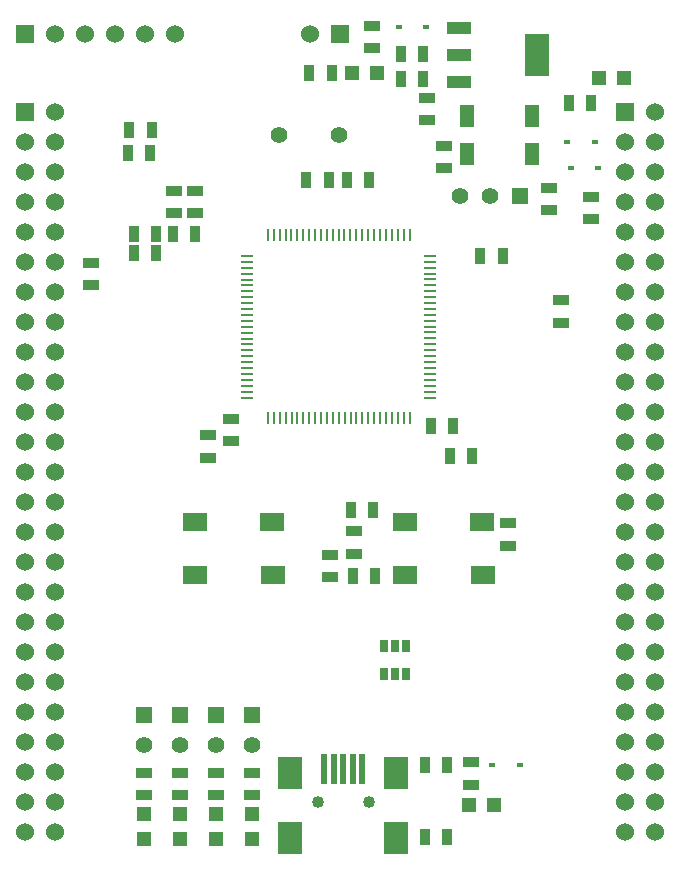
<source format=gts>
G04 (created by PCBNEW (2013-07-07 BZR 4022)-stable) date 22/02/2014 22:22:10*
%MOIN*%
G04 Gerber Fmt 3.4, Leading zero omitted, Abs format*
%FSLAX34Y34*%
G01*
G70*
G90*
G04 APERTURE LIST*
%ADD10C,0.00590551*%
%ADD11R,0.055X0.035*%
%ADD12R,0.035X0.055*%
%ADD13R,0.0472X0.0472*%
%ADD14R,0.055X0.055*%
%ADD15C,0.055*%
%ADD16R,0.06X0.06*%
%ADD17C,0.06*%
%ADD18R,0.04X0.01*%
%ADD19R,0.01X0.04*%
%ADD20R,0.08X0.144*%
%ADD21R,0.08X0.04*%
%ADD22C,0.056*%
%ADD23R,0.0511811X0.0748031*%
%ADD24R,0.02X0.1*%
%ADD25R,0.0787402X0.11*%
%ADD26C,0.04*%
%ADD27R,0.019685X0.015748*%
%ADD28R,0.0275591X0.0393701*%
%ADD29R,0.0787402X0.0590551*%
G04 APERTURE END LIST*
G54D10*
G54D11*
X52100Y-51250D03*
X52100Y-50500D03*
G54D12*
X46725Y-39050D03*
X47475Y-39050D03*
X46125Y-39050D03*
X45375Y-39050D03*
G54D11*
X46175Y-52300D03*
X46175Y-51550D03*
G54D12*
X39625Y-40850D03*
X40375Y-40850D03*
X39625Y-41500D03*
X40375Y-41500D03*
G54D11*
X40950Y-39425D03*
X40950Y-40175D03*
X41650Y-39425D03*
X41650Y-40175D03*
X49400Y-37075D03*
X49400Y-36325D03*
G54D12*
X40225Y-37400D03*
X39475Y-37400D03*
X45475Y-35500D03*
X46225Y-35500D03*
G54D11*
X42850Y-47775D03*
X42850Y-47025D03*
G54D12*
X50275Y-47250D03*
X49525Y-47250D03*
X51925Y-41600D03*
X51175Y-41600D03*
G54D11*
X42100Y-47575D03*
X42100Y-48325D03*
X54850Y-40375D03*
X54850Y-39625D03*
G54D12*
X50150Y-48275D03*
X50900Y-48275D03*
X48525Y-35700D03*
X49275Y-35700D03*
X49275Y-34850D03*
X48525Y-34850D03*
G54D13*
X39950Y-60187D03*
X39950Y-61013D03*
X41150Y-60187D03*
X41150Y-61013D03*
X42350Y-60187D03*
X42350Y-61013D03*
X43550Y-60187D03*
X43550Y-61013D03*
X46887Y-35500D03*
X47713Y-35500D03*
X50787Y-59900D03*
X51613Y-59900D03*
X55137Y-35650D03*
X55963Y-35650D03*
G54D12*
X40175Y-38150D03*
X39425Y-38150D03*
G54D14*
X39950Y-56900D03*
G54D15*
X39950Y-57900D03*
G54D14*
X41150Y-56900D03*
G54D15*
X41150Y-57900D03*
G54D14*
X42350Y-56900D03*
G54D15*
X42350Y-57900D03*
G54D14*
X43550Y-56900D03*
G54D15*
X43550Y-57900D03*
G54D14*
X52500Y-39600D03*
G54D15*
X51500Y-39600D03*
X50500Y-39600D03*
G54D16*
X36000Y-36800D03*
G54D17*
X37000Y-36800D03*
X36000Y-37800D03*
X37000Y-37800D03*
X36000Y-38800D03*
X37000Y-38800D03*
X36000Y-39800D03*
X37000Y-39800D03*
X36000Y-40800D03*
X37000Y-40800D03*
X36000Y-41800D03*
X37000Y-41800D03*
X36000Y-42800D03*
X37000Y-42800D03*
X36000Y-43800D03*
X37000Y-43800D03*
X36000Y-44800D03*
X37000Y-44800D03*
X36000Y-45800D03*
X37000Y-45800D03*
X36000Y-46800D03*
X37000Y-46800D03*
X36000Y-47800D03*
X37000Y-47800D03*
X36000Y-48800D03*
X37000Y-48800D03*
X36000Y-49800D03*
X37000Y-49800D03*
X36000Y-50800D03*
X37000Y-50800D03*
X36000Y-51800D03*
X37000Y-51800D03*
X36000Y-52800D03*
X37000Y-52800D03*
X36000Y-53800D03*
X37000Y-53800D03*
X36000Y-54800D03*
X37000Y-54800D03*
X36000Y-55800D03*
X37000Y-55800D03*
X36000Y-56800D03*
X37000Y-56800D03*
X36000Y-57800D03*
X37000Y-57800D03*
X36000Y-58800D03*
X37000Y-58800D03*
X36000Y-59800D03*
X37000Y-59800D03*
X36000Y-60800D03*
X37000Y-60800D03*
G54D16*
X56000Y-36800D03*
G54D17*
X57000Y-36800D03*
X56000Y-37800D03*
X57000Y-37800D03*
X56000Y-38800D03*
X57000Y-38800D03*
X56000Y-39800D03*
X57000Y-39800D03*
X56000Y-40800D03*
X57000Y-40800D03*
X56000Y-41800D03*
X57000Y-41800D03*
X56000Y-42800D03*
X57000Y-42800D03*
X56000Y-43800D03*
X57000Y-43800D03*
X56000Y-44800D03*
X57000Y-44800D03*
X56000Y-45800D03*
X57000Y-45800D03*
X56000Y-46800D03*
X57000Y-46800D03*
X56000Y-47800D03*
X57000Y-47800D03*
X56000Y-48800D03*
X57000Y-48800D03*
X56000Y-49800D03*
X57000Y-49800D03*
X56000Y-50800D03*
X57000Y-50800D03*
X56000Y-51800D03*
X57000Y-51800D03*
X56000Y-52800D03*
X57000Y-52800D03*
X56000Y-53800D03*
X57000Y-53800D03*
X56000Y-54800D03*
X57000Y-54800D03*
X56000Y-55800D03*
X57000Y-55800D03*
X56000Y-56800D03*
X57000Y-56800D03*
X56000Y-57800D03*
X57000Y-57800D03*
X56000Y-58800D03*
X57000Y-58800D03*
X56000Y-59800D03*
X57000Y-59800D03*
X56000Y-60800D03*
X57000Y-60800D03*
G54D16*
X46500Y-34200D03*
G54D17*
X45500Y-34200D03*
G54D16*
X36000Y-34200D03*
G54D17*
X37000Y-34200D03*
X38000Y-34200D03*
X39000Y-34200D03*
X40000Y-34200D03*
X41000Y-34200D03*
G54D12*
X46850Y-50075D03*
X47600Y-50075D03*
G54D11*
X46950Y-51525D03*
X46950Y-50775D03*
G54D12*
X46925Y-52250D03*
X47675Y-52250D03*
G54D11*
X53875Y-43075D03*
X53875Y-43825D03*
X38200Y-41825D03*
X38200Y-42575D03*
X39950Y-59575D03*
X39950Y-58825D03*
X41150Y-59575D03*
X41150Y-58825D03*
X42350Y-59575D03*
X42350Y-58825D03*
X43550Y-59575D03*
X43550Y-58825D03*
G54D12*
X41675Y-40850D03*
X40925Y-40850D03*
G54D11*
X47550Y-34675D03*
X47550Y-33925D03*
X50850Y-59225D03*
X50850Y-58475D03*
G54D12*
X54875Y-36500D03*
X54125Y-36500D03*
G54D18*
X49500Y-41590D03*
X49500Y-46310D03*
X49500Y-46110D03*
X49500Y-45920D03*
X49500Y-45720D03*
X49500Y-45520D03*
X49500Y-45330D03*
X49500Y-45130D03*
X49500Y-44930D03*
X49500Y-44740D03*
X49500Y-44540D03*
X49500Y-44340D03*
X49500Y-44140D03*
X49500Y-43950D03*
X49500Y-43750D03*
X49500Y-43550D03*
X49500Y-43360D03*
X49500Y-43160D03*
X49500Y-42960D03*
X49500Y-42770D03*
X49500Y-42570D03*
X49500Y-42370D03*
X49500Y-42180D03*
X49500Y-41980D03*
X49500Y-41780D03*
G54D19*
X48810Y-47000D03*
X44090Y-47000D03*
X44290Y-47000D03*
X44480Y-47000D03*
X44680Y-47000D03*
X44880Y-47000D03*
X45070Y-47000D03*
X45270Y-47000D03*
X45470Y-47000D03*
X45660Y-47000D03*
X45860Y-47000D03*
X46060Y-47000D03*
X46260Y-47000D03*
X46450Y-47000D03*
X46650Y-47000D03*
X46850Y-47000D03*
X47040Y-47000D03*
X47240Y-47000D03*
X47440Y-47000D03*
X47630Y-47000D03*
X47830Y-47000D03*
X48030Y-47000D03*
X48220Y-47000D03*
X48420Y-47000D03*
X48620Y-47000D03*
X48810Y-40900D03*
X48610Y-40900D03*
X48420Y-40900D03*
X48220Y-40900D03*
X48020Y-40900D03*
X47830Y-40900D03*
X47630Y-40900D03*
X47430Y-40900D03*
X47240Y-40900D03*
X47040Y-40900D03*
X46840Y-40900D03*
X46640Y-40900D03*
X46450Y-40900D03*
X46250Y-40900D03*
X46050Y-40900D03*
X45860Y-40900D03*
X45660Y-40900D03*
X45460Y-40900D03*
X45270Y-40900D03*
X45070Y-40900D03*
X44870Y-40900D03*
X44680Y-40900D03*
X44480Y-40900D03*
X44280Y-40900D03*
X44090Y-40900D03*
G54D18*
X43400Y-41590D03*
X43400Y-41790D03*
X43400Y-41980D03*
X43400Y-42180D03*
X43400Y-42380D03*
X43400Y-42570D03*
X43400Y-42770D03*
X43400Y-42970D03*
X43400Y-43160D03*
X43400Y-43360D03*
X43400Y-43560D03*
X43400Y-43760D03*
X43400Y-43950D03*
X43400Y-44150D03*
X43400Y-44350D03*
X43400Y-44540D03*
X43400Y-44740D03*
X43400Y-44940D03*
X43400Y-45130D03*
X43400Y-45330D03*
X43400Y-45530D03*
X43400Y-45720D03*
X43400Y-45920D03*
X43400Y-46120D03*
X43400Y-46310D03*
G54D20*
X53050Y-34900D03*
G54D21*
X50450Y-34900D03*
X50450Y-35800D03*
X50450Y-34000D03*
G54D22*
X44450Y-37550D03*
X46450Y-37550D03*
G54D12*
X49325Y-58550D03*
X50075Y-58550D03*
X49325Y-60950D03*
X50075Y-60950D03*
G54D11*
X53450Y-40075D03*
X53450Y-39325D03*
X49950Y-38675D03*
X49950Y-37925D03*
G54D23*
X50717Y-38179D03*
X52882Y-38179D03*
X52882Y-36920D03*
X50717Y-36920D03*
G54D24*
X45970Y-58700D03*
X46285Y-58700D03*
X46600Y-58700D03*
X46914Y-58700D03*
X47229Y-58700D03*
G54D25*
X44828Y-60981D03*
X48371Y-60981D03*
X44828Y-58815D03*
X48371Y-58815D03*
G54D26*
X45750Y-59800D03*
X47450Y-59800D03*
G54D27*
X48447Y-33950D03*
X49352Y-33950D03*
X51572Y-58550D03*
X52477Y-58550D03*
X54197Y-38650D03*
X55102Y-38650D03*
X54072Y-37800D03*
X54977Y-37800D03*
G54D28*
X48699Y-54577D03*
X48325Y-54577D03*
X47950Y-54577D03*
X47950Y-55522D03*
X48325Y-55522D03*
X48699Y-55522D03*
G54D29*
X48670Y-50464D03*
X51229Y-50464D03*
X51268Y-52235D03*
X48670Y-52235D03*
X41670Y-50464D03*
X44229Y-50464D03*
X44268Y-52235D03*
X41670Y-52235D03*
M02*

</source>
